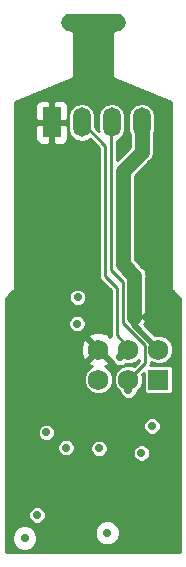
<source format=gbr>
G04 #@! TF.GenerationSoftware,KiCad,Pcbnew,6.0.0-rc1-unknown-0bceb69~66~ubuntu16.04.1*
G04 #@! TF.CreationDate,2018-12-05T15:47:40+02:00
G04 #@! TF.ProjectId,i2c-moist-sensor,6932632d-6d6f-4697-9374-2d73656e736f,rev?*
G04 #@! TF.SameCoordinates,Original*
G04 #@! TF.FileFunction,Copper,L4,Bot*
G04 #@! TF.FilePolarity,Positive*
%FSLAX46Y46*%
G04 Gerber Fmt 4.6, Leading zero omitted, Abs format (unit mm)*
G04 Created by KiCad (PCBNEW 6.0.0-rc1-unknown-0bceb69~66~ubuntu16.04.1) date Wed 05 Dec 2018 03:47:40 PM EET*
%MOMM*%
%LPD*%
G04 APERTURE LIST*
G04 #@! TA.AperFunction,BGAPad,CuDef*
%ADD10C,1.727200*%
G04 #@! TD*
G04 #@! TA.AperFunction,SMDPad,CuDef*
%ADD11R,1.727200X1.727200*%
G04 #@! TD*
G04 #@! TA.AperFunction,SMDPad,CuDef*
%ADD12O,1.500000X2.500000*%
G04 #@! TD*
G04 #@! TA.AperFunction,SMDPad,CuDef*
%ADD13R,1.500000X2.500000*%
G04 #@! TD*
G04 #@! TA.AperFunction,ViaPad*
%ADD14C,0.700000*%
G04 #@! TD*
G04 #@! TA.AperFunction,Conductor*
%ADD15C,1.270000*%
G04 #@! TD*
G04 #@! TA.AperFunction,Conductor*
%ADD16C,0.508000*%
G04 #@! TD*
G04 #@! TA.AperFunction,Conductor*
%ADD17C,0.254000*%
G04 #@! TD*
G04 APERTURE END LIST*
D10*
G04 #@! TO.P,P1,6*
G04 #@! TO.N,GND*
X95460000Y-41730000D03*
G04 #@! TO.P,P1,5*
G04 #@! TO.N,/RESET*
X95460000Y-44270000D03*
G04 #@! TO.P,P1,4*
G04 #@! TO.N,/MOSI/SDA*
X98000000Y-41730000D03*
G04 #@! TO.P,P1,3*
G04 #@! TO.N,/SCK/SCL*
X98000000Y-44270000D03*
G04 #@! TO.P,P1,2*
G04 #@! TO.N,VCC*
X100540000Y-41730000D03*
D11*
G04 #@! TO.P,P1,1*
G04 #@! TO.N,/MISO/SENSE_HIGH*
X100540000Y-44270000D03*
G04 #@! TD*
D12*
G04 #@! TO.P,P2,4*
G04 #@! TO.N,VCC*
X99120000Y-22500000D03*
G04 #@! TO.P,P2,3*
G04 #@! TO.N,/SCK/SCL*
X96580000Y-22500000D03*
G04 #@! TO.P,P2,2*
G04 #@! TO.N,/MOSI/SDA*
X94040000Y-22500000D03*
D13*
G04 #@! TO.P,P2,1*
G04 #@! TO.N,GND*
X91500000Y-22500000D03*
G04 #@! TD*
D14*
G04 #@! TO.N,GND*
X99800000Y-51500000D03*
X95300000Y-39000000D03*
X95200000Y-37400000D03*
X93100000Y-34700000D03*
X95294552Y-41900000D03*
X91550000Y-39700000D03*
X90150000Y-44000000D03*
X91500000Y-22500000D03*
X100745190Y-40200000D03*
X100750000Y-39500000D03*
X99500000Y-39000000D03*
X91900000Y-54200000D03*
X96300000Y-54200000D03*
X88500000Y-43000000D03*
X88500000Y-42000000D03*
X88500000Y-41100000D03*
X88500000Y-40100000D03*
X88500000Y-39100000D03*
X88500000Y-38100000D03*
X88500000Y-44100000D03*
X88500000Y-45100000D03*
X91500000Y-37700000D03*
X90500000Y-37700000D03*
X89500000Y-37700000D03*
X90200000Y-45900000D03*
G04 #@! TO.N,VCC*
X93700000Y-37300000D03*
X93650000Y-39540000D03*
X100800000Y-42000000D03*
G04 #@! TO.N,/SENSOR_TRACK*
X96204000Y-57246000D03*
X89200000Y-57700004D03*
G04 #@! TO.N,/RESET*
X95460000Y-44270000D03*
G04 #@! TO.N,/EXCITATION*
X90250000Y-55749996D03*
X91050000Y-48750002D03*
G04 #@! TO.N,/SCK/SCL*
X98000000Y-45200000D03*
G04 #@! TO.N,/MOSI/SDA*
X97300000Y-42400000D03*
G04 #@! TO.N,/MISO/SENSE_HIGH*
X100000000Y-48200000D03*
X100900000Y-43800000D03*
G04 #@! TO.N,Net-(IC1-Pad11)*
X95500000Y-50100000D03*
X99100000Y-50500000D03*
X92710000Y-50038000D03*
G04 #@! TD*
D15*
G04 #@! TO.N,VCC*
X99120000Y-25020000D02*
X97500000Y-26640000D01*
X99120000Y-22500000D02*
X99120000Y-25020000D01*
X97500000Y-26640000D02*
X97500000Y-34500000D01*
X97500000Y-34500000D02*
X98500000Y-35500000D01*
X98500000Y-35500000D02*
X98500000Y-39000000D01*
D16*
X98500000Y-39690000D02*
X100540000Y-41730000D01*
X98500000Y-39000000D02*
X98500000Y-39690000D01*
D17*
X100800000Y-41990000D02*
X100800000Y-42000000D01*
X100540000Y-41730000D02*
X100800000Y-41990000D01*
G04 #@! TO.N,/SCK/SCL*
X98000000Y-44270000D02*
X98000000Y-45200000D01*
X99371599Y-42898401D02*
X98863599Y-43406401D01*
X97500000Y-39500000D02*
X99371599Y-41371599D01*
X96500000Y-22580000D02*
X96500000Y-35000000D01*
X98863599Y-43406401D02*
X98000000Y-44270000D01*
X96500000Y-35000000D02*
X97500000Y-36000000D01*
X99371599Y-41371599D02*
X99371599Y-42898401D01*
X96580000Y-22500000D02*
X96500000Y-22580000D01*
X97500000Y-36000000D02*
X97500000Y-39500000D01*
G04 #@! TO.N,/MOSI/SDA*
X97970000Y-41730000D02*
X97300000Y-42400000D01*
X98000000Y-41730000D02*
X97970000Y-41730000D01*
X98000000Y-41500000D02*
X98000000Y-41730000D01*
X94040000Y-22500000D02*
X96000000Y-24460000D01*
X96000000Y-24460000D02*
X96000000Y-35500000D01*
X96000000Y-35500000D02*
X97000000Y-36500000D01*
X97000000Y-40500000D02*
X98000000Y-41500000D01*
X97000000Y-36500000D02*
X97000000Y-40500000D01*
G04 #@! TO.N,/MISO/SENSE_HIGH*
X100550001Y-44149999D02*
X100900000Y-43800000D01*
X100540000Y-44270000D02*
X100540000Y-44160000D01*
X100540000Y-44160000D02*
X100550001Y-44149999D01*
G04 #@! TD*
G04 #@! TO.N,GND*
G36*
X97234024Y-13435014D02*
G01*
X97432421Y-13567579D01*
X97564986Y-13765976D01*
X97611536Y-14000000D01*
X97564986Y-14234024D01*
X97432421Y-14432421D01*
X97234024Y-14564986D01*
X97000000Y-14611536D01*
X96851341Y-14641106D01*
X96725314Y-14725314D01*
X96683212Y-14788325D01*
X96683210Y-14788327D01*
X96683209Y-14788330D01*
X96641106Y-14851342D01*
X96619000Y-14962477D01*
X96619001Y-18464816D01*
X96611565Y-18504736D01*
X96626790Y-18576682D01*
X96641107Y-18648659D01*
X96642445Y-18650662D01*
X96642945Y-18653023D01*
X96684515Y-18713624D01*
X96725315Y-18774686D01*
X96727320Y-18776026D01*
X96728684Y-18778014D01*
X96790243Y-18818069D01*
X96851342Y-18858894D01*
X96891167Y-18866816D01*
X101619001Y-20757949D01*
X101619000Y-36462476D01*
X101611536Y-36500000D01*
X101619000Y-36537523D01*
X101641106Y-36648658D01*
X101725314Y-36774686D01*
X101757129Y-36795944D01*
X102373000Y-37411815D01*
X102373000Y-58873000D01*
X87627000Y-58873000D01*
X87627000Y-57485775D01*
X88123000Y-57485775D01*
X88123000Y-57914233D01*
X88286963Y-58310076D01*
X88589928Y-58613041D01*
X88985771Y-58777004D01*
X89414229Y-58777004D01*
X89810072Y-58613041D01*
X90113037Y-58310076D01*
X90277000Y-57914233D01*
X90277000Y-57485775D01*
X90113037Y-57089932D01*
X90054876Y-57031771D01*
X95127000Y-57031771D01*
X95127000Y-57460229D01*
X95290963Y-57856072D01*
X95593928Y-58159037D01*
X95989771Y-58323000D01*
X96418229Y-58323000D01*
X96814072Y-58159037D01*
X97117037Y-57856072D01*
X97281000Y-57460229D01*
X97281000Y-57031771D01*
X97117037Y-56635928D01*
X96814072Y-56332963D01*
X96418229Y-56169000D01*
X95989771Y-56169000D01*
X95593928Y-56332963D01*
X95290963Y-56635928D01*
X95127000Y-57031771D01*
X90054876Y-57031771D01*
X89810072Y-56786967D01*
X89414229Y-56623004D01*
X88985771Y-56623004D01*
X88589928Y-56786967D01*
X88286963Y-57089932D01*
X88123000Y-57485775D01*
X87627000Y-57485775D01*
X87627000Y-55604591D01*
X89519000Y-55604591D01*
X89519000Y-55895401D01*
X89630288Y-56164074D01*
X89835922Y-56369708D01*
X90104595Y-56480996D01*
X90395405Y-56480996D01*
X90664078Y-56369708D01*
X90869712Y-56164074D01*
X90981000Y-55895401D01*
X90981000Y-55604591D01*
X90869712Y-55335918D01*
X90664078Y-55130284D01*
X90395405Y-55018996D01*
X90104595Y-55018996D01*
X89835922Y-55130284D01*
X89630288Y-55335918D01*
X89519000Y-55604591D01*
X87627000Y-55604591D01*
X87627000Y-49892595D01*
X91979000Y-49892595D01*
X91979000Y-50183405D01*
X92090288Y-50452078D01*
X92295922Y-50657712D01*
X92564595Y-50769000D01*
X92855405Y-50769000D01*
X93124078Y-50657712D01*
X93329712Y-50452078D01*
X93441000Y-50183405D01*
X93441000Y-49954595D01*
X94769000Y-49954595D01*
X94769000Y-50245405D01*
X94880288Y-50514078D01*
X95085922Y-50719712D01*
X95354595Y-50831000D01*
X95645405Y-50831000D01*
X95914078Y-50719712D01*
X96119712Y-50514078D01*
X96185772Y-50354595D01*
X98369000Y-50354595D01*
X98369000Y-50645405D01*
X98480288Y-50914078D01*
X98685922Y-51119712D01*
X98954595Y-51231000D01*
X99245405Y-51231000D01*
X99514078Y-51119712D01*
X99719712Y-50914078D01*
X99831000Y-50645405D01*
X99831000Y-50354595D01*
X99719712Y-50085922D01*
X99514078Y-49880288D01*
X99245405Y-49769000D01*
X98954595Y-49769000D01*
X98685922Y-49880288D01*
X98480288Y-50085922D01*
X98369000Y-50354595D01*
X96185772Y-50354595D01*
X96231000Y-50245405D01*
X96231000Y-49954595D01*
X96119712Y-49685922D01*
X95914078Y-49480288D01*
X95645405Y-49369000D01*
X95354595Y-49369000D01*
X95085922Y-49480288D01*
X94880288Y-49685922D01*
X94769000Y-49954595D01*
X93441000Y-49954595D01*
X93441000Y-49892595D01*
X93329712Y-49623922D01*
X93124078Y-49418288D01*
X92855405Y-49307000D01*
X92564595Y-49307000D01*
X92295922Y-49418288D01*
X92090288Y-49623922D01*
X91979000Y-49892595D01*
X87627000Y-49892595D01*
X87627000Y-48604597D01*
X90319000Y-48604597D01*
X90319000Y-48895407D01*
X90430288Y-49164080D01*
X90635922Y-49369714D01*
X90904595Y-49481002D01*
X91195405Y-49481002D01*
X91464078Y-49369714D01*
X91669712Y-49164080D01*
X91781000Y-48895407D01*
X91781000Y-48604597D01*
X91669712Y-48335924D01*
X91464078Y-48130290D01*
X91281335Y-48054595D01*
X99269000Y-48054595D01*
X99269000Y-48345405D01*
X99380288Y-48614078D01*
X99585922Y-48819712D01*
X99854595Y-48931000D01*
X100145405Y-48931000D01*
X100414078Y-48819712D01*
X100619712Y-48614078D01*
X100731000Y-48345405D01*
X100731000Y-48054595D01*
X100619712Y-47785922D01*
X100414078Y-47580288D01*
X100145405Y-47469000D01*
X99854595Y-47469000D01*
X99585922Y-47580288D01*
X99380288Y-47785922D01*
X99269000Y-48054595D01*
X91281335Y-48054595D01*
X91195405Y-48019002D01*
X90904595Y-48019002D01*
X90635922Y-48130290D01*
X90430288Y-48335924D01*
X90319000Y-48604597D01*
X87627000Y-48604597D01*
X87627000Y-44022434D01*
X94215400Y-44022434D01*
X94215400Y-44517566D01*
X94404879Y-44975009D01*
X94754991Y-45325121D01*
X95212434Y-45514600D01*
X95707566Y-45514600D01*
X96165009Y-45325121D01*
X96515121Y-44975009D01*
X96704600Y-44517566D01*
X96704600Y-44022434D01*
X96515121Y-43564991D01*
X96165009Y-43214879D01*
X95993331Y-43143768D01*
X96252259Y-43036516D01*
X96334200Y-42783805D01*
X95460000Y-41909605D01*
X94585800Y-42783805D01*
X94667741Y-43036516D01*
X94943511Y-43136791D01*
X94754991Y-43214879D01*
X94404879Y-43564991D01*
X94215400Y-44022434D01*
X87627000Y-44022434D01*
X87627000Y-41498030D01*
X93949752Y-41498030D01*
X93975942Y-42093635D01*
X94153484Y-42522259D01*
X94406195Y-42604200D01*
X95280395Y-41730000D01*
X94406195Y-40855800D01*
X94153484Y-40937741D01*
X93949752Y-41498030D01*
X87627000Y-41498030D01*
X87627000Y-39394595D01*
X92919000Y-39394595D01*
X92919000Y-39685405D01*
X93030288Y-39954078D01*
X93235922Y-40159712D01*
X93504595Y-40271000D01*
X93795405Y-40271000D01*
X94064078Y-40159712D01*
X94269712Y-39954078D01*
X94381000Y-39685405D01*
X94381000Y-39394595D01*
X94269712Y-39125922D01*
X94064078Y-38920288D01*
X93795405Y-38809000D01*
X93504595Y-38809000D01*
X93235922Y-38920288D01*
X93030288Y-39125922D01*
X92919000Y-39394595D01*
X87627000Y-39394595D01*
X87627000Y-37411815D01*
X87884220Y-37154595D01*
X92969000Y-37154595D01*
X92969000Y-37445405D01*
X93080288Y-37714078D01*
X93285922Y-37919712D01*
X93554595Y-38031000D01*
X93845405Y-38031000D01*
X94114078Y-37919712D01*
X94319712Y-37714078D01*
X94431000Y-37445405D01*
X94431000Y-37154595D01*
X94319712Y-36885922D01*
X94114078Y-36680288D01*
X93845405Y-36569000D01*
X93554595Y-36569000D01*
X93285922Y-36680288D01*
X93080288Y-36885922D01*
X92969000Y-37154595D01*
X87884220Y-37154595D01*
X88242871Y-36795944D01*
X88274686Y-36774686D01*
X88358894Y-36648659D01*
X88381000Y-36537524D01*
X88381000Y-36537523D01*
X88388464Y-36500000D01*
X88381000Y-36462476D01*
X88381000Y-22785750D01*
X90115000Y-22785750D01*
X90115000Y-23876309D01*
X90211673Y-24109698D01*
X90390301Y-24288327D01*
X90623690Y-24385000D01*
X91214250Y-24385000D01*
X91373000Y-24226250D01*
X91373000Y-22627000D01*
X91627000Y-22627000D01*
X91627000Y-24226250D01*
X91785750Y-24385000D01*
X92376310Y-24385000D01*
X92609699Y-24288327D01*
X92788327Y-24109698D01*
X92885000Y-23876309D01*
X92885000Y-22785750D01*
X92726250Y-22627000D01*
X91627000Y-22627000D01*
X91373000Y-22627000D01*
X90273750Y-22627000D01*
X90115000Y-22785750D01*
X88381000Y-22785750D01*
X88381000Y-21123691D01*
X90115000Y-21123691D01*
X90115000Y-22214250D01*
X90273750Y-22373000D01*
X91373000Y-22373000D01*
X91373000Y-20773750D01*
X91627000Y-20773750D01*
X91627000Y-22373000D01*
X92726250Y-22373000D01*
X92885000Y-22214250D01*
X92885000Y-21888609D01*
X92909000Y-21888609D01*
X92909000Y-23111390D01*
X92974622Y-23441293D01*
X93224595Y-23815405D01*
X93598706Y-24065378D01*
X94040000Y-24153157D01*
X94481293Y-24065378D01*
X94724472Y-23902892D01*
X95492000Y-24670420D01*
X95492001Y-35449967D01*
X95482049Y-35500000D01*
X95521475Y-35698211D01*
X95605412Y-35823832D01*
X95605415Y-35823835D01*
X95633754Y-35866247D01*
X95676166Y-35894586D01*
X96492000Y-36710420D01*
X96492001Y-40449967D01*
X96482049Y-40500000D01*
X96505565Y-40618223D01*
X96448867Y-40561525D01*
X96334199Y-40676193D01*
X96252259Y-40423484D01*
X95691970Y-40219752D01*
X95096365Y-40245942D01*
X94667741Y-40423484D01*
X94585800Y-40676195D01*
X95460000Y-41550395D01*
X95474143Y-41536253D01*
X95653748Y-41715858D01*
X95639605Y-41730000D01*
X96513805Y-42604200D01*
X96583935Y-42581461D01*
X96680288Y-42814078D01*
X96885922Y-43019712D01*
X97154595Y-43131000D01*
X97445405Y-43131000D01*
X97714078Y-43019712D01*
X97759190Y-42974600D01*
X98247566Y-42974600D01*
X98705009Y-42785121D01*
X98863600Y-42626530D01*
X98863600Y-42687980D01*
X98444576Y-43107004D01*
X98247566Y-43025400D01*
X97752434Y-43025400D01*
X97294991Y-43214879D01*
X96944879Y-43564991D01*
X96755400Y-44022434D01*
X96755400Y-44517566D01*
X96944879Y-44975009D01*
X97269000Y-45299130D01*
X97269000Y-45345405D01*
X97380288Y-45614078D01*
X97585922Y-45819712D01*
X97854595Y-45931000D01*
X98145405Y-45931000D01*
X98414078Y-45819712D01*
X98619712Y-45614078D01*
X98731000Y-45345405D01*
X98731000Y-45299130D01*
X99055121Y-44975009D01*
X99244600Y-44517566D01*
X99244600Y-44022434D01*
X99162996Y-43825424D01*
X99287936Y-43700484D01*
X99287936Y-45133600D01*
X99317506Y-45282259D01*
X99401714Y-45408286D01*
X99527741Y-45492494D01*
X99676400Y-45522064D01*
X101403600Y-45522064D01*
X101552259Y-45492494D01*
X101678286Y-45408286D01*
X101762494Y-45282259D01*
X101792064Y-45133600D01*
X101792064Y-43406400D01*
X101762494Y-43257741D01*
X101678286Y-43131714D01*
X101552259Y-43047506D01*
X101403600Y-43017936D01*
X99865774Y-43017936D01*
X99879599Y-42948433D01*
X99879599Y-42948429D01*
X99889550Y-42898402D01*
X99879599Y-42848375D01*
X99879599Y-42803598D01*
X100292434Y-42974600D01*
X100787566Y-42974600D01*
X101245009Y-42785121D01*
X101595121Y-42435009D01*
X101784600Y-41977566D01*
X101784600Y-41482434D01*
X101595121Y-41024991D01*
X101245009Y-40674879D01*
X100787566Y-40485400D01*
X100292434Y-40485400D01*
X100222424Y-40514399D01*
X99315818Y-39607793D01*
X99457051Y-39396423D01*
X99516000Y-39100065D01*
X99516000Y-35600064D01*
X99535904Y-35500000D01*
X99500862Y-35323832D01*
X99457051Y-35103577D01*
X99232495Y-34767505D01*
X99147663Y-34710823D01*
X98516000Y-34079160D01*
X98516000Y-27060840D01*
X99767663Y-25809178D01*
X99852495Y-25752495D01*
X100077051Y-25416423D01*
X100136000Y-25120065D01*
X100136000Y-25120064D01*
X100155904Y-25020000D01*
X100136000Y-24919937D01*
X100136000Y-23515193D01*
X100185378Y-23441294D01*
X100251000Y-23111391D01*
X100251000Y-21888609D01*
X100185378Y-21558706D01*
X99935405Y-21184595D01*
X99561294Y-20934622D01*
X99120000Y-20846843D01*
X98678707Y-20934622D01*
X98304596Y-21184595D01*
X98054622Y-21558706D01*
X97989000Y-21888609D01*
X97989000Y-23111390D01*
X98054622Y-23441293D01*
X98104000Y-23515193D01*
X98104001Y-24599158D01*
X97008000Y-25695160D01*
X97008000Y-24068022D01*
X97021293Y-24065378D01*
X97395405Y-23815405D01*
X97645378Y-23441294D01*
X97711000Y-23111391D01*
X97711000Y-21888609D01*
X97645378Y-21558706D01*
X97395405Y-21184595D01*
X97021294Y-20934622D01*
X96580000Y-20846843D01*
X96138707Y-20934622D01*
X95764596Y-21184595D01*
X95514622Y-21558706D01*
X95449000Y-21888609D01*
X95449000Y-23111390D01*
X95468663Y-23210243D01*
X95171000Y-22912580D01*
X95171000Y-21888609D01*
X95105378Y-21558706D01*
X94855405Y-21184595D01*
X94481294Y-20934622D01*
X94040000Y-20846843D01*
X93598707Y-20934622D01*
X93224596Y-21184595D01*
X92974622Y-21558706D01*
X92909000Y-21888609D01*
X92885000Y-21888609D01*
X92885000Y-21123691D01*
X92788327Y-20890302D01*
X92609699Y-20711673D01*
X92376310Y-20615000D01*
X91785750Y-20615000D01*
X91627000Y-20773750D01*
X91373000Y-20773750D01*
X91214250Y-20615000D01*
X90623690Y-20615000D01*
X90390301Y-20711673D01*
X90211673Y-20890302D01*
X90115000Y-21123691D01*
X88381000Y-21123691D01*
X88381000Y-20757949D01*
X93108838Y-18866815D01*
X93148658Y-18858894D01*
X93209718Y-18818095D01*
X93271316Y-18778015D01*
X93272680Y-18776026D01*
X93274686Y-18774686D01*
X93315498Y-18713606D01*
X93357055Y-18653024D01*
X93357554Y-18650664D01*
X93358894Y-18648659D01*
X93373223Y-18576619D01*
X93388435Y-18504737D01*
X93381000Y-18464822D01*
X93381000Y-14962476D01*
X93358894Y-14851341D01*
X93274686Y-14725314D01*
X93148659Y-14641106D01*
X93000000Y-14611536D01*
X92765976Y-14564986D01*
X92567579Y-14432421D01*
X92435014Y-14234024D01*
X92388464Y-14000000D01*
X92435014Y-13765976D01*
X92567579Y-13567579D01*
X92765976Y-13435014D01*
X93037524Y-13381000D01*
X96962476Y-13381000D01*
X97234024Y-13435014D01*
X97234024Y-13435014D01*
G37*
X97234024Y-13435014D02*
X97432421Y-13567579D01*
X97564986Y-13765976D01*
X97611536Y-14000000D01*
X97564986Y-14234024D01*
X97432421Y-14432421D01*
X97234024Y-14564986D01*
X97000000Y-14611536D01*
X96851341Y-14641106D01*
X96725314Y-14725314D01*
X96683212Y-14788325D01*
X96683210Y-14788327D01*
X96683209Y-14788330D01*
X96641106Y-14851342D01*
X96619000Y-14962477D01*
X96619001Y-18464816D01*
X96611565Y-18504736D01*
X96626790Y-18576682D01*
X96641107Y-18648659D01*
X96642445Y-18650662D01*
X96642945Y-18653023D01*
X96684515Y-18713624D01*
X96725315Y-18774686D01*
X96727320Y-18776026D01*
X96728684Y-18778014D01*
X96790243Y-18818069D01*
X96851342Y-18858894D01*
X96891167Y-18866816D01*
X101619001Y-20757949D01*
X101619000Y-36462476D01*
X101611536Y-36500000D01*
X101619000Y-36537523D01*
X101641106Y-36648658D01*
X101725314Y-36774686D01*
X101757129Y-36795944D01*
X102373000Y-37411815D01*
X102373000Y-58873000D01*
X87627000Y-58873000D01*
X87627000Y-57485775D01*
X88123000Y-57485775D01*
X88123000Y-57914233D01*
X88286963Y-58310076D01*
X88589928Y-58613041D01*
X88985771Y-58777004D01*
X89414229Y-58777004D01*
X89810072Y-58613041D01*
X90113037Y-58310076D01*
X90277000Y-57914233D01*
X90277000Y-57485775D01*
X90113037Y-57089932D01*
X90054876Y-57031771D01*
X95127000Y-57031771D01*
X95127000Y-57460229D01*
X95290963Y-57856072D01*
X95593928Y-58159037D01*
X95989771Y-58323000D01*
X96418229Y-58323000D01*
X96814072Y-58159037D01*
X97117037Y-57856072D01*
X97281000Y-57460229D01*
X97281000Y-57031771D01*
X97117037Y-56635928D01*
X96814072Y-56332963D01*
X96418229Y-56169000D01*
X95989771Y-56169000D01*
X95593928Y-56332963D01*
X95290963Y-56635928D01*
X95127000Y-57031771D01*
X90054876Y-57031771D01*
X89810072Y-56786967D01*
X89414229Y-56623004D01*
X88985771Y-56623004D01*
X88589928Y-56786967D01*
X88286963Y-57089932D01*
X88123000Y-57485775D01*
X87627000Y-57485775D01*
X87627000Y-55604591D01*
X89519000Y-55604591D01*
X89519000Y-55895401D01*
X89630288Y-56164074D01*
X89835922Y-56369708D01*
X90104595Y-56480996D01*
X90395405Y-56480996D01*
X90664078Y-56369708D01*
X90869712Y-56164074D01*
X90981000Y-55895401D01*
X90981000Y-55604591D01*
X90869712Y-55335918D01*
X90664078Y-55130284D01*
X90395405Y-55018996D01*
X90104595Y-55018996D01*
X89835922Y-55130284D01*
X89630288Y-55335918D01*
X89519000Y-55604591D01*
X87627000Y-55604591D01*
X87627000Y-49892595D01*
X91979000Y-49892595D01*
X91979000Y-50183405D01*
X92090288Y-50452078D01*
X92295922Y-50657712D01*
X92564595Y-50769000D01*
X92855405Y-50769000D01*
X93124078Y-50657712D01*
X93329712Y-50452078D01*
X93441000Y-50183405D01*
X93441000Y-49954595D01*
X94769000Y-49954595D01*
X94769000Y-50245405D01*
X94880288Y-50514078D01*
X95085922Y-50719712D01*
X95354595Y-50831000D01*
X95645405Y-50831000D01*
X95914078Y-50719712D01*
X96119712Y-50514078D01*
X96185772Y-50354595D01*
X98369000Y-50354595D01*
X98369000Y-50645405D01*
X98480288Y-50914078D01*
X98685922Y-51119712D01*
X98954595Y-51231000D01*
X99245405Y-51231000D01*
X99514078Y-51119712D01*
X99719712Y-50914078D01*
X99831000Y-50645405D01*
X99831000Y-50354595D01*
X99719712Y-50085922D01*
X99514078Y-49880288D01*
X99245405Y-49769000D01*
X98954595Y-49769000D01*
X98685922Y-49880288D01*
X98480288Y-50085922D01*
X98369000Y-50354595D01*
X96185772Y-50354595D01*
X96231000Y-50245405D01*
X96231000Y-49954595D01*
X96119712Y-49685922D01*
X95914078Y-49480288D01*
X95645405Y-49369000D01*
X95354595Y-49369000D01*
X95085922Y-49480288D01*
X94880288Y-49685922D01*
X94769000Y-49954595D01*
X93441000Y-49954595D01*
X93441000Y-49892595D01*
X93329712Y-49623922D01*
X93124078Y-49418288D01*
X92855405Y-49307000D01*
X92564595Y-49307000D01*
X92295922Y-49418288D01*
X92090288Y-49623922D01*
X91979000Y-49892595D01*
X87627000Y-49892595D01*
X87627000Y-48604597D01*
X90319000Y-48604597D01*
X90319000Y-48895407D01*
X90430288Y-49164080D01*
X90635922Y-49369714D01*
X90904595Y-49481002D01*
X91195405Y-49481002D01*
X91464078Y-49369714D01*
X91669712Y-49164080D01*
X91781000Y-48895407D01*
X91781000Y-48604597D01*
X91669712Y-48335924D01*
X91464078Y-48130290D01*
X91281335Y-48054595D01*
X99269000Y-48054595D01*
X99269000Y-48345405D01*
X99380288Y-48614078D01*
X99585922Y-48819712D01*
X99854595Y-48931000D01*
X100145405Y-48931000D01*
X100414078Y-48819712D01*
X100619712Y-48614078D01*
X100731000Y-48345405D01*
X100731000Y-48054595D01*
X100619712Y-47785922D01*
X100414078Y-47580288D01*
X100145405Y-47469000D01*
X99854595Y-47469000D01*
X99585922Y-47580288D01*
X99380288Y-47785922D01*
X99269000Y-48054595D01*
X91281335Y-48054595D01*
X91195405Y-48019002D01*
X90904595Y-48019002D01*
X90635922Y-48130290D01*
X90430288Y-48335924D01*
X90319000Y-48604597D01*
X87627000Y-48604597D01*
X87627000Y-44022434D01*
X94215400Y-44022434D01*
X94215400Y-44517566D01*
X94404879Y-44975009D01*
X94754991Y-45325121D01*
X95212434Y-45514600D01*
X95707566Y-45514600D01*
X96165009Y-45325121D01*
X96515121Y-44975009D01*
X96704600Y-44517566D01*
X96704600Y-44022434D01*
X96515121Y-43564991D01*
X96165009Y-43214879D01*
X95993331Y-43143768D01*
X96252259Y-43036516D01*
X96334200Y-42783805D01*
X95460000Y-41909605D01*
X94585800Y-42783805D01*
X94667741Y-43036516D01*
X94943511Y-43136791D01*
X94754991Y-43214879D01*
X94404879Y-43564991D01*
X94215400Y-44022434D01*
X87627000Y-44022434D01*
X87627000Y-41498030D01*
X93949752Y-41498030D01*
X93975942Y-42093635D01*
X94153484Y-42522259D01*
X94406195Y-42604200D01*
X95280395Y-41730000D01*
X94406195Y-40855800D01*
X94153484Y-40937741D01*
X93949752Y-41498030D01*
X87627000Y-41498030D01*
X87627000Y-39394595D01*
X92919000Y-39394595D01*
X92919000Y-39685405D01*
X93030288Y-39954078D01*
X93235922Y-40159712D01*
X93504595Y-40271000D01*
X93795405Y-40271000D01*
X94064078Y-40159712D01*
X94269712Y-39954078D01*
X94381000Y-39685405D01*
X94381000Y-39394595D01*
X94269712Y-39125922D01*
X94064078Y-38920288D01*
X93795405Y-38809000D01*
X93504595Y-38809000D01*
X93235922Y-38920288D01*
X93030288Y-39125922D01*
X92919000Y-39394595D01*
X87627000Y-39394595D01*
X87627000Y-37411815D01*
X87884220Y-37154595D01*
X92969000Y-37154595D01*
X92969000Y-37445405D01*
X93080288Y-37714078D01*
X93285922Y-37919712D01*
X93554595Y-38031000D01*
X93845405Y-38031000D01*
X94114078Y-37919712D01*
X94319712Y-37714078D01*
X94431000Y-37445405D01*
X94431000Y-37154595D01*
X94319712Y-36885922D01*
X94114078Y-36680288D01*
X93845405Y-36569000D01*
X93554595Y-36569000D01*
X93285922Y-36680288D01*
X93080288Y-36885922D01*
X92969000Y-37154595D01*
X87884220Y-37154595D01*
X88242871Y-36795944D01*
X88274686Y-36774686D01*
X88358894Y-36648659D01*
X88381000Y-36537524D01*
X88381000Y-36537523D01*
X88388464Y-36500000D01*
X88381000Y-36462476D01*
X88381000Y-22785750D01*
X90115000Y-22785750D01*
X90115000Y-23876309D01*
X90211673Y-24109698D01*
X90390301Y-24288327D01*
X90623690Y-24385000D01*
X91214250Y-24385000D01*
X91373000Y-24226250D01*
X91373000Y-22627000D01*
X91627000Y-22627000D01*
X91627000Y-24226250D01*
X91785750Y-24385000D01*
X92376310Y-24385000D01*
X92609699Y-24288327D01*
X92788327Y-24109698D01*
X92885000Y-23876309D01*
X92885000Y-22785750D01*
X92726250Y-22627000D01*
X91627000Y-22627000D01*
X91373000Y-22627000D01*
X90273750Y-22627000D01*
X90115000Y-22785750D01*
X88381000Y-22785750D01*
X88381000Y-21123691D01*
X90115000Y-21123691D01*
X90115000Y-22214250D01*
X90273750Y-22373000D01*
X91373000Y-22373000D01*
X91373000Y-20773750D01*
X91627000Y-20773750D01*
X91627000Y-22373000D01*
X92726250Y-22373000D01*
X92885000Y-22214250D01*
X92885000Y-21888609D01*
X92909000Y-21888609D01*
X92909000Y-23111390D01*
X92974622Y-23441293D01*
X93224595Y-23815405D01*
X93598706Y-24065378D01*
X94040000Y-24153157D01*
X94481293Y-24065378D01*
X94724472Y-23902892D01*
X95492000Y-24670420D01*
X95492001Y-35449967D01*
X95482049Y-35500000D01*
X95521475Y-35698211D01*
X95605412Y-35823832D01*
X95605415Y-35823835D01*
X95633754Y-35866247D01*
X95676166Y-35894586D01*
X96492000Y-36710420D01*
X96492001Y-40449967D01*
X96482049Y-40500000D01*
X96505565Y-40618223D01*
X96448867Y-40561525D01*
X96334199Y-40676193D01*
X96252259Y-40423484D01*
X95691970Y-40219752D01*
X95096365Y-40245942D01*
X94667741Y-40423484D01*
X94585800Y-40676195D01*
X95460000Y-41550395D01*
X95474143Y-41536253D01*
X95653748Y-41715858D01*
X95639605Y-41730000D01*
X96513805Y-42604200D01*
X96583935Y-42581461D01*
X96680288Y-42814078D01*
X96885922Y-43019712D01*
X97154595Y-43131000D01*
X97445405Y-43131000D01*
X97714078Y-43019712D01*
X97759190Y-42974600D01*
X98247566Y-42974600D01*
X98705009Y-42785121D01*
X98863600Y-42626530D01*
X98863600Y-42687980D01*
X98444576Y-43107004D01*
X98247566Y-43025400D01*
X97752434Y-43025400D01*
X97294991Y-43214879D01*
X96944879Y-43564991D01*
X96755400Y-44022434D01*
X96755400Y-44517566D01*
X96944879Y-44975009D01*
X97269000Y-45299130D01*
X97269000Y-45345405D01*
X97380288Y-45614078D01*
X97585922Y-45819712D01*
X97854595Y-45931000D01*
X98145405Y-45931000D01*
X98414078Y-45819712D01*
X98619712Y-45614078D01*
X98731000Y-45345405D01*
X98731000Y-45299130D01*
X99055121Y-44975009D01*
X99244600Y-44517566D01*
X99244600Y-44022434D01*
X99162996Y-43825424D01*
X99287936Y-43700484D01*
X99287936Y-45133600D01*
X99317506Y-45282259D01*
X99401714Y-45408286D01*
X99527741Y-45492494D01*
X99676400Y-45522064D01*
X101403600Y-45522064D01*
X101552259Y-45492494D01*
X101678286Y-45408286D01*
X101762494Y-45282259D01*
X101792064Y-45133600D01*
X101792064Y-43406400D01*
X101762494Y-43257741D01*
X101678286Y-43131714D01*
X101552259Y-43047506D01*
X101403600Y-43017936D01*
X99865774Y-43017936D01*
X99879599Y-42948433D01*
X99879599Y-42948429D01*
X99889550Y-42898402D01*
X99879599Y-42848375D01*
X99879599Y-42803598D01*
X100292434Y-42974600D01*
X100787566Y-42974600D01*
X101245009Y-42785121D01*
X101595121Y-42435009D01*
X101784600Y-41977566D01*
X101784600Y-41482434D01*
X101595121Y-41024991D01*
X101245009Y-40674879D01*
X100787566Y-40485400D01*
X100292434Y-40485400D01*
X100222424Y-40514399D01*
X99315818Y-39607793D01*
X99457051Y-39396423D01*
X99516000Y-39100065D01*
X99516000Y-35600064D01*
X99535904Y-35500000D01*
X99500862Y-35323832D01*
X99457051Y-35103577D01*
X99232495Y-34767505D01*
X99147663Y-34710823D01*
X98516000Y-34079160D01*
X98516000Y-27060840D01*
X99767663Y-25809178D01*
X99852495Y-25752495D01*
X100077051Y-25416423D01*
X100136000Y-25120065D01*
X100136000Y-25120064D01*
X100155904Y-25020000D01*
X100136000Y-24919937D01*
X100136000Y-23515193D01*
X100185378Y-23441294D01*
X100251000Y-23111391D01*
X100251000Y-21888609D01*
X100185378Y-21558706D01*
X99935405Y-21184595D01*
X99561294Y-20934622D01*
X99120000Y-20846843D01*
X98678707Y-20934622D01*
X98304596Y-21184595D01*
X98054622Y-21558706D01*
X97989000Y-21888609D01*
X97989000Y-23111390D01*
X98054622Y-23441293D01*
X98104000Y-23515193D01*
X98104001Y-24599158D01*
X97008000Y-25695160D01*
X97008000Y-24068022D01*
X97021293Y-24065378D01*
X97395405Y-23815405D01*
X97645378Y-23441294D01*
X97711000Y-23111391D01*
X97711000Y-21888609D01*
X97645378Y-21558706D01*
X97395405Y-21184595D01*
X97021294Y-20934622D01*
X96580000Y-20846843D01*
X96138707Y-20934622D01*
X95764596Y-21184595D01*
X95514622Y-21558706D01*
X95449000Y-21888609D01*
X95449000Y-23111390D01*
X95468663Y-23210243D01*
X95171000Y-22912580D01*
X95171000Y-21888609D01*
X95105378Y-21558706D01*
X94855405Y-21184595D01*
X94481294Y-20934622D01*
X94040000Y-20846843D01*
X93598707Y-20934622D01*
X93224596Y-21184595D01*
X92974622Y-21558706D01*
X92909000Y-21888609D01*
X92885000Y-21888609D01*
X92885000Y-21123691D01*
X92788327Y-20890302D01*
X92609699Y-20711673D01*
X92376310Y-20615000D01*
X91785750Y-20615000D01*
X91627000Y-20773750D01*
X91373000Y-20773750D01*
X91214250Y-20615000D01*
X90623690Y-20615000D01*
X90390301Y-20711673D01*
X90211673Y-20890302D01*
X90115000Y-21123691D01*
X88381000Y-21123691D01*
X88381000Y-20757949D01*
X93108838Y-18866815D01*
X93148658Y-18858894D01*
X93209718Y-18818095D01*
X93271316Y-18778015D01*
X93272680Y-18776026D01*
X93274686Y-18774686D01*
X93315498Y-18713606D01*
X93357055Y-18653024D01*
X93357554Y-18650664D01*
X93358894Y-18648659D01*
X93373223Y-18576619D01*
X93388435Y-18504737D01*
X93381000Y-18464822D01*
X93381000Y-14962476D01*
X93358894Y-14851341D01*
X93274686Y-14725314D01*
X93148659Y-14641106D01*
X93000000Y-14611536D01*
X92765976Y-14564986D01*
X92567579Y-14432421D01*
X92435014Y-14234024D01*
X92388464Y-14000000D01*
X92435014Y-13765976D01*
X92567579Y-13567579D01*
X92765976Y-13435014D01*
X93037524Y-13381000D01*
X96962476Y-13381000D01*
X97234024Y-13435014D01*
G04 #@! TD*
M02*

</source>
